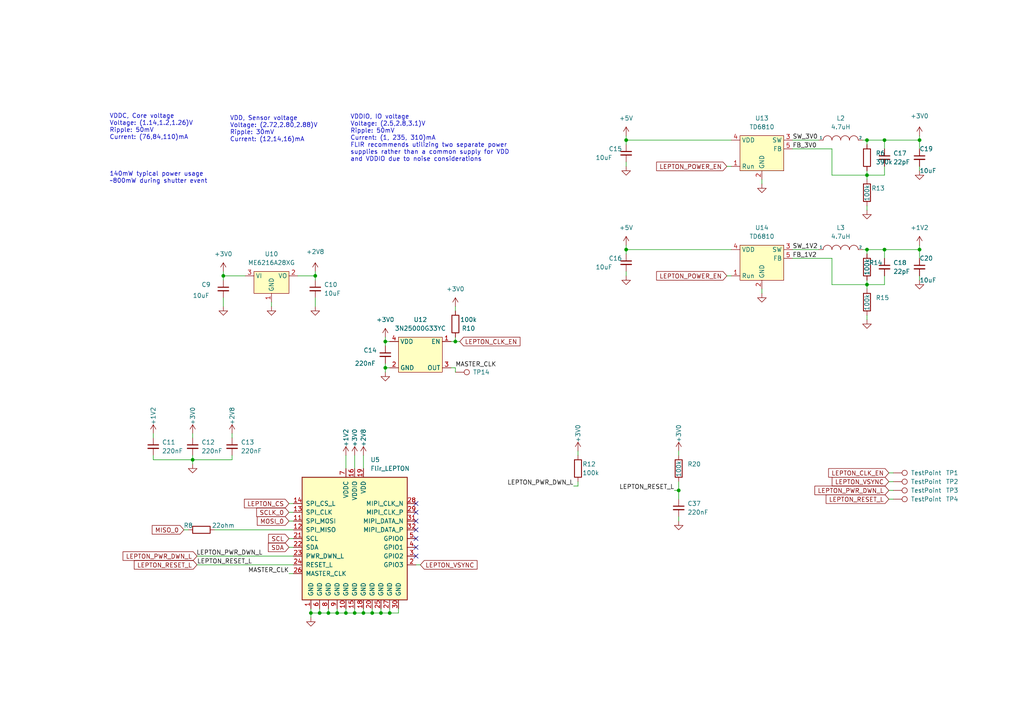
<source format=kicad_sch>
(kicad_sch (version 20211123) (generator eeschema)
  (paper "A4")
  (lib_symbols
    (symbol "Connector:TestPoint" (pin_numbers hide) (pin_names (offset 0.762) hide)
      (property "Reference" "TP" (at 0 6.858 0))
      (property "Value" "TestPoint" (at 0 5.08 0))
      (symbol "TestPoint_0_1"
        (circle (center 0 3.302) (radius 0.762))
      )
      (symbol "TestPoint_1_1"
        (pin passive line (at 0 0 90) (length 2.54) (name "1") (number "1"))
      )
    )
    (symbol "Device:C_Small" (pin_numbers hide) (pin_names (offset 0.254) hide)
      (property "Reference" "C" (at 0.254 1.778 0))
      (property "Value" "C_Small" (at 0.254 -2.032 0))
      (symbol "C_Small_0_1"
        (polyline (pts (xy -1.524 -0.508) (xy 1.524 -0.508)) (stroke (width 0.3302)))
        (polyline (pts (xy -1.524 0.508) (xy 1.524 0.508)) (stroke (width 0.3048)))
      )
      (symbol "C_Small_1_1"
        (pin passive line (at 0 2.54 270) (length 2.032) (name "~") (number "1"))
        (pin passive line (at 0 -2.54 90) (length 2.032) (name "~") (number "2"))
      )
    )
    (symbol "Device:R" (pin_numbers hide) (pin_names (offset 0))
      (property "Reference" "R" (at 2.032 0 90))
      (property "Value" "R" (at 0 0 90))
      (symbol "R_0_1"
        (rectangle (start -1.016 -2.54) (end 1.016 2.54) (stroke (width 0.254)))
      )
      (symbol "R_1_1"
        (pin passive line (at 0 3.81 270) (length 1.27) (name "~") (number "1"))
        (pin passive line (at 0 -3.81 90) (length 1.27) (name "~") (number "2"))
      )
    )
    (symbol "Sensor_Optical:Flir_LEPTON" (pin_names (offset 1.016))
      (property "Reference" "U" (at -15.24 21.59 0))
      (property "Value" "Flir_LEPTON" (at -15.24 19.05 0))
      (symbol "Flir_LEPTON_0_1"
        (rectangle (start -15.24 17.78) (end 15.24 -17.78) (stroke (width 0.254)) (fill (type background)))
      )
      (symbol "Flir_LEPTON_1_1"
        (pin power_in line (at -12.7 -20.32 90) (length 2.54) (name "GND") (number "1"))
        (pin power_in line (at -2.54 -20.32 90) (length 2.54) (name "GND") (number "10"))
        (pin input line (at -17.78 5.08 0) (length 2.54) (name "SPI_MOSI") (number "11"))
        (pin output line (at -17.78 2.54 0) (length 2.54) (name "SPI_MISO") (number "12"))
        (pin input line (at -17.78 7.62 0) (length 2.54) (name "SPI_CLK") (number "13"))
        (pin input line (at -17.78 10.16 0) (length 2.54) (name "SPI_CS_L") (number "14"))
        (pin power_in line (at 0 -20.32 90) (length 2.54) (name "GND") (number "15"))
        (pin power_in line (at 0 20.32 270) (length 2.54) (name "VDDIO") (number "16"))
        (pin no_connect line (at 17.78 -10.16 180) (length 2.54) hide (name "NC") (number "17"))
        (pin power_in line (at 2.54 -20.32 90) (length 2.54) (name "GND") (number "18"))
        (pin power_in line (at 2.54 20.32 270) (length 2.54) (name "VDD") (number "19"))
        (pin bidirectional line (at 17.78 -7.62 180) (length 2.54) (name "GPIO3") (number "2"))
        (pin power_in line (at 5.08 -20.32 90) (length 2.54) (name "GND") (number "20"))
        (pin input line (at -17.78 0 0) (length 2.54) (name "SCL") (number "21"))
        (pin bidirectional line (at -17.78 -2.54 0) (length 2.54) (name "SDA") (number "22"))
        (pin input line (at -17.78 -5.08 0) (length 2.54) (name "PWR_DWN_L") (number "23"))
        (pin input line (at -17.78 -7.62 0) (length 2.54) (name "RESET_L") (number "24"))
        (pin power_in line (at 7.62 -20.32 90) (length 2.54) (name "GND") (number "25"))
        (pin input line (at -17.78 -10.16 0) (length 2.54) (name "MASTER_CLK") (number "26"))
        (pin power_in line (at 10.16 -20.32 90) (length 2.54) (name "GND") (number "27"))
        (pin output line (at 17.78 10.16 180) (length 2.54) (name "MIPI_CLK_N") (number "28"))
        (pin output line (at 17.78 7.62 180) (length 2.54) (name "MIPI_CLK_P") (number "29"))
        (pin bidirectional line (at 17.78 -5.08 180) (length 2.54) (name "GPIO2") (number "3"))
        (pin power_in line (at 12.7 -20.32 90) (length 2.54) (name "GND") (number "30"))
        (pin output line (at 17.78 5.08 180) (length 2.54) (name "MIPI_DATA_N") (number "31"))
        (pin output line (at 17.78 2.54 180) (length 2.54) (name "MIPI_DATA_P") (number "32"))
        (pin bidirectional line (at 17.78 -2.54 180) (length 2.54) (name "GPIO1") (number "4"))
        (pin bidirectional line (at 17.78 0 180) (length 2.54) (name "GPIO0") (number "5"))
        (pin power_in line (at -10.16 -20.32 90) (length 2.54) (name "GND") (number "6"))
        (pin power_in line (at -2.54 20.32 270) (length 2.54) (name "VDDC") (number "7"))
        (pin power_in line (at -7.62 -20.32 90) (length 2.54) (name "GND") (number "8"))
        (pin power_in line (at -5.08 -20.32 90) (length 2.54) (name "GND") (number "9"))
      )
    )
    (symbol "TD6810_1"
      (property "Reference" "U" (at 0 5.08 0))
      (property "Value" "TD6810_1" (at 0 -2.54 0))
      (symbol "TD6810_1_0_1"
        (rectangle (start -6.35 1.27) (end 6.35 -8.89) (fill (type background)))
      )
      (symbol "TD6810_1_1_1"
        (pin input line (at -8.89 -7.62 0) (length 2.54) (name "Run") (number "1"))
        (pin power_in line (at 0 -11.43 90) (length 2.54) (name "GND") (number "2"))
        (pin power_out line (at 8.89 0 180) (length 2.54) (name "SW") (number "3"))
        (pin power_in line (at -8.89 0 0) (length 2.54) (name "VDD") (number "4"))
        (pin input line (at 8.89 -2.54 180) (length 2.54) (name "FB") (number "5"))
      )
    )
    (symbol "cacophony-symbols:3N25000G33YC"
      (property "Reference" "U" (at 0 0 0))
      (property "Value" "3N25000G33YC" (at 0 7.62 0))
      (symbol "3N25000G33YC_0_1"
        (rectangle (start -6.35 3.81) (end 6.35 -6.35) (fill (type background)))
      )
      (symbol "3N25000G33YC_1_1"
        (pin input line (at 8.89 2.54 180) (length 2.54) (name "EN") (number "1"))
        (pin power_in line (at -8.89 -5.08 0) (length 2.54) (name "GND") (number "2"))
        (pin output line (at 8.89 -5.08 180) (length 2.54) (name "OUT") (number "3"))
        (pin power_in line (at -8.89 2.54 0) (length 2.54) (name "VDD") (number "4"))
      )
    )
    (symbol "cacophony-symbols:ME6216A28XG"
      (property "Reference" "U" (at 0 6.35 0))
      (property "Value" "ME6216A28XG" (at 0 3.81 0))
      (symbol "ME6216A28XG_0_1"
        (rectangle (start -5.08 2.54) (end 5.08 -3.81) (fill (type background)))
      )
      (symbol "ME6216A28XG_1_1"
        (pin power_in line (at 0 -6.35 90) (length 2.54) (name "GND") (number "1"))
        (pin power_out line (at 7.62 1.27 180) (length 2.54) (name "VO") (number "2"))
        (pin power_in line (at -7.62 1.27 0) (length 2.54) (name "VI") (number "3"))
      )
    )
    (symbol "cacophony-symbols:Power Inductor" (pin_numbers hide) (pin_names (offset 0))
      (property "Reference" "L" (at 0 2.54 0))
      (property "Value" "Power Inductor" (at 0 -1.27 0))
      (symbol "Power Inductor_0_1"
        (arc (start -2.54 0) (mid -3.81 1.27) (end -5.08 0))
        (arc (start 0 0) (mid -1.27 1.27) (end -2.54 0))
        (arc (start 2.54 0) (mid 1.27 1.27) (end 0 0))
        (arc (start 5.08 0) (mid 3.81 1.27) (end 2.54 0))
      )
      (symbol "Power Inductor_1_1"
        (pin power_in line (at -6.35 0 0) (length 1.27) (name "1") (number "1"))
        (pin power_out line (at 6.35 0 180) (length 1.27) (name "2") (number "2"))
      )
    )
    (symbol "cacophony-symbols:TD6810"
      (property "Reference" "U" (at 0 5.08 0))
      (property "Value" "TD6810" (at 0 -2.54 0))
      (symbol "TD6810_0_1"
        (rectangle (start -6.35 1.27) (end 6.35 -8.89) (fill (type background)))
      )
      (symbol "TD6810_1_1"
        (pin input line (at -8.89 -7.62 0) (length 2.54) (name "Run") (number "1"))
        (pin power_in line (at 0 -11.43 90) (length 2.54) (name "GND") (number "2"))
        (pin power_out line (at 8.89 0 180) (length 2.54) (name "SW") (number "3"))
        (pin power_in line (at -8.89 0 0) (length 2.54) (name "VDD") (number "4"))
        (pin input line (at 8.89 -2.54 180) (length 2.54) (name "FB") (number "5"))
      )
    )
    (symbol "power:+1V2" (power) (pin_names (offset 0))
      (property "Value" "+1V2" (at 0 3.556 0))
      (symbol "+1V2_0_1"
        (polyline (pts (xy -0.762 1.27) (xy 0 2.54)))
        (polyline (pts (xy 0 0) (xy 0 2.54)))
        (polyline (pts (xy 0 2.54) (xy 0.762 1.27)))
      )
      (symbol "+1V2_1_1"
        (pin power_in line (at 0 0 90) (length 0) hide (name "+1V2") (number "1"))
      )
    )
    (symbol "power:+2V8" (power) (pin_names (offset 0))
      (property "Value" "+2V8" (at 0 3.556 0))
      (symbol "+2V8_0_1"
        (polyline (pts (xy -0.762 1.27) (xy 0 2.54)))
        (polyline (pts (xy 0 0) (xy 0 2.54)))
        (polyline (pts (xy 0 2.54) (xy 0.762 1.27)))
      )
      (symbol "+2V8_1_1"
        (pin power_in line (at 0 0 90) (length 0) hide (name "+2V8") (number "1"))
      )
    )
    (symbol "power:+3V0" (power) (pin_names (offset 0))
      (property "Value" "+3V0" (at 0 3.556 0))
      (symbol "+3V0_0_1"
        (polyline (pts (xy -0.762 1.27) (xy 0 2.54)))
        (polyline (pts (xy 0 0) (xy 0 2.54)))
        (polyline (pts (xy 0 2.54) (xy 0.762 1.27)))
      )
      (symbol "+3V0_1_1"
        (pin power_in line (at 0 0 90) (length 0) hide (name "+3V0") (number "1"))
      )
    )
    (symbol "power:+5V" (power) (pin_names (offset 0))
      (property "Value" "+5V" (at 0 3.556 0))
      (symbol "+5V_0_1"
        (polyline (pts (xy -0.762 1.27) (xy 0 2.54)))
        (polyline (pts (xy 0 0) (xy 0 2.54)))
        (polyline (pts (xy 0 2.54) (xy 0.762 1.27)))
      )
      (symbol "+5V_1_1"
        (pin power_in line (at 0 0 90) (length 0) hide (name "+5V") (number "1"))
      )
    )
    (symbol "power:GND" (power) (pin_names (offset 0))
      (property "Value" "GND" (at 0 -3.81 0))
      (symbol "GND_0_1"
        (polyline (pts (xy 0 0) (xy 0 -1.27) (xy 1.27 -1.27) (xy 0 -2.54) (xy -1.27 -1.27) (xy 0 -1.27)))
      )
      (symbol "GND_1_1"
        (pin power_in line (at 0 0 270) (length 0) hide (name "GND") (number "1"))
      )
    )
  )
  (junction (at 251.46 50.8))
  (junction (at 90.17 177.8))
  (junction (at 181.61 40.64))
  (junction (at 251.46 40.64))
  (junction (at 113.03 177.8))
  (junction (at 100.33 177.8))
  (junction (at 256.54 72.39))
  (junction (at 181.61 72.39))
  (junction (at 110.49 177.8))
  (junction (at 105.41 177.8))
  (junction (at 97.79 177.8))
  (junction (at 91.44 80.01))
  (junction (at 55.88 133.35))
  (junction (at 256.54 40.64))
  (junction (at 64.77 80.01))
  (junction (at 196.85 142.24))
  (junction (at 266.7 40.64))
  (junction (at 107.95 177.8))
  (junction (at 111.76 99.06))
  (junction (at 92.71 177.8))
  (junction (at 251.46 82.55))
  (junction (at 132.08 99.06))
  (junction (at 251.46 72.39))
  (junction (at 95.25 177.8))
  (junction (at 111.76 106.68))
  (junction (at 102.87 177.8))
  (junction (at 266.7 72.39))
  (no_connect (at 120.65 148.59))
  (no_connect (at 120.65 153.67))
  (no_connect (at 120.65 158.75))
  (no_connect (at 120.65 146.05))
  (no_connect (at 120.65 161.29))
  (no_connect (at 120.65 151.13))
  (no_connect (at 120.65 156.21))
  (wire (pts (xy 55.88 132.08) (xy 55.88 133.35)))
  (wire (pts (xy 196.85 130.81) (xy 196.85 132.08)))
  (wire (pts (xy 105.41 177.8) (xy 107.95 177.8)))
  (wire (pts (xy 210.82 48.26) (xy 212.09 48.26)))
  (wire (pts (xy 132.08 106.68) (xy 132.08 107.95)))
  (wire (pts (xy 120.65 163.83) (xy 121.92 163.83)))
  (wire (pts (xy 266.7 72.39) (xy 266.7 74.93)))
  (wire (pts (xy 111.76 106.68) (xy 113.03 106.68)))
  (wire (pts (xy 97.79 177.8) (xy 97.79 176.53)))
  (wire (pts (xy 167.64 140.97) (xy 166.37 140.97)))
  (wire (pts (xy 196.85 149.86) (xy 196.85 151.13)))
  (wire (pts (xy 130.81 99.06) (xy 132.08 99.06)))
  (wire (pts (xy 110.49 177.8) (xy 113.03 177.8)))
  (wire (pts (xy 132.08 99.06) (xy 133.35 99.06)))
  (wire (pts (xy 251.46 91.44) (xy 251.46 92.71)))
  (wire (pts (xy 110.49 177.8) (xy 110.49 176.53)))
  (wire (pts (xy 92.71 177.8) (xy 92.71 176.53)))
  (wire (pts (xy 105.41 132.08) (xy 105.41 135.89)))
  (wire (pts (xy 100.33 132.08) (xy 100.33 135.89)))
  (wire (pts (xy 90.17 177.8) (xy 90.17 176.53)))
  (wire (pts (xy 97.79 177.8) (xy 100.33 177.8)))
  (wire (pts (xy 256.54 48.26) (xy 256.54 50.8)))
  (wire (pts (xy 251.46 81.28) (xy 251.46 82.55)))
  (wire (pts (xy 181.61 71.12) (xy 181.61 72.39)))
  (wire (pts (xy 250.19 40.64) (xy 251.46 40.64)))
  (wire (pts (xy 67.31 133.35) (xy 67.31 132.08)))
  (wire (pts (xy 266.7 40.64) (xy 266.7 43.18)))
  (wire (pts (xy 83.82 146.05) (xy 85.09 146.05)))
  (wire (pts (xy 257.81 139.7) (xy 259.08 139.7)))
  (wire (pts (xy 100.33 177.8) (xy 102.87 177.8)))
  (wire (pts (xy 220.98 52.07) (xy 220.98 53.34)))
  (wire (pts (xy 251.46 50.8) (xy 241.3 50.8)))
  (wire (pts (xy 105.41 177.8) (xy 105.41 176.53)))
  (wire (pts (xy 111.76 105.41) (xy 111.76 106.68)))
  (wire (pts (xy 44.45 132.08) (xy 44.45 133.35)))
  (wire (pts (xy 91.44 80.01) (xy 91.44 78.74)))
  (wire (pts (xy 92.71 177.8) (xy 95.25 177.8)))
  (wire (pts (xy 181.61 40.64) (xy 212.09 40.64)))
  (wire (pts (xy 181.61 78.74) (xy 181.61 80.01)))
  (wire (pts (xy 44.45 125.73) (xy 44.45 127)))
  (wire (pts (xy 181.61 72.39) (xy 212.09 72.39)))
  (wire (pts (xy 256.54 40.64) (xy 256.54 43.18)))
  (wire (pts (xy 90.17 177.8) (xy 90.17 179.07)))
  (wire (pts (xy 78.74 87.63) (xy 78.74 88.9)))
  (wire (pts (xy 241.3 82.55) (xy 241.3 74.93)))
  (wire (pts (xy 196.85 142.24) (xy 196.85 144.78)))
  (wire (pts (xy 111.76 99.06) (xy 111.76 100.33)))
  (wire (pts (xy 64.77 86.36) (xy 64.77 88.9)))
  (wire (pts (xy 181.61 39.37) (xy 181.61 40.64)))
  (wire (pts (xy 251.46 50.8) (xy 251.46 52.07)))
  (wire (pts (xy 83.82 166.37) (xy 85.09 166.37)))
  (wire (pts (xy 241.3 50.8) (xy 241.3 43.18)))
  (wire (pts (xy 64.77 78.74) (xy 64.77 80.01)))
  (wire (pts (xy 241.3 43.18) (xy 229.87 43.18)))
  (wire (pts (xy 266.7 48.26) (xy 266.7 49.53)))
  (wire (pts (xy 229.87 40.64) (xy 237.49 40.64)))
  (wire (pts (xy 257.81 137.16) (xy 259.08 137.16)))
  (wire (pts (xy 91.44 86.36) (xy 91.44 88.9)))
  (wire (pts (xy 64.77 80.01) (xy 71.12 80.01)))
  (wire (pts (xy 181.61 40.64) (xy 181.61 41.91)))
  (wire (pts (xy 229.87 72.39) (xy 237.49 72.39)))
  (wire (pts (xy 107.95 177.8) (xy 110.49 177.8)))
  (wire (pts (xy 91.44 80.01) (xy 91.44 81.28)))
  (wire (pts (xy 95.25 177.8) (xy 95.25 176.53)))
  (wire (pts (xy 266.7 71.12) (xy 266.7 72.39)))
  (wire (pts (xy 256.54 80.01) (xy 256.54 82.55)))
  (wire (pts (xy 83.82 151.13) (xy 85.09 151.13)))
  (wire (pts (xy 251.46 40.64) (xy 251.46 41.91)))
  (wire (pts (xy 251.46 72.39) (xy 251.46 73.66)))
  (wire (pts (xy 251.46 40.64) (xy 256.54 40.64)))
  (wire (pts (xy 67.31 125.73) (xy 67.31 127)))
  (wire (pts (xy 102.87 132.08) (xy 102.87 135.89)))
  (wire (pts (xy 57.15 161.29) (xy 85.09 161.29)))
  (wire (pts (xy 95.25 177.8) (xy 97.79 177.8)))
  (wire (pts (xy 210.82 80.01) (xy 212.09 80.01)))
  (wire (pts (xy 257.81 142.24) (xy 259.08 142.24)))
  (wire (pts (xy 55.88 133.35) (xy 55.88 134.62)))
  (wire (pts (xy 251.46 49.53) (xy 251.46 50.8)))
  (wire (pts (xy 86.36 80.01) (xy 91.44 80.01)))
  (wire (pts (xy 111.76 106.68) (xy 111.76 107.95)))
  (wire (pts (xy 130.81 106.68) (xy 132.08 106.68)))
  (wire (pts (xy 266.7 80.01) (xy 266.7 81.28)))
  (wire (pts (xy 132.08 88.9) (xy 132.08 90.17)))
  (wire (pts (xy 100.33 177.8) (xy 100.33 176.53)))
  (wire (pts (xy 250.19 72.39) (xy 251.46 72.39)))
  (wire (pts (xy 256.54 40.64) (xy 266.7 40.64)))
  (wire (pts (xy 113.03 177.8) (xy 115.57 177.8)))
  (wire (pts (xy 55.88 133.35) (xy 67.31 133.35)))
  (wire (pts (xy 181.61 46.99) (xy 181.61 48.26)))
  (wire (pts (xy 132.08 97.79) (xy 132.08 99.06)))
  (wire (pts (xy 251.46 72.39) (xy 256.54 72.39)))
  (wire (pts (xy 256.54 82.55) (xy 251.46 82.55)))
  (wire (pts (xy 62.23 153.67) (xy 85.09 153.67)))
  (wire (pts (xy 107.95 177.8) (xy 107.95 176.53)))
  (wire (pts (xy 83.82 156.21) (xy 85.09 156.21)))
  (wire (pts (xy 266.7 39.37) (xy 266.7 40.64)))
  (wire (pts (xy 55.88 125.73) (xy 55.88 127)))
  (wire (pts (xy 115.57 177.8) (xy 115.57 176.53)))
  (wire (pts (xy 196.85 139.7) (xy 196.85 142.24)))
  (wire (pts (xy 167.64 139.7) (xy 167.64 140.97)))
  (wire (pts (xy 251.46 59.69) (xy 251.46 60.96)))
  (wire (pts (xy 181.61 72.39) (xy 181.61 73.66)))
  (wire (pts (xy 64.77 81.28) (xy 64.77 80.01)))
  (wire (pts (xy 90.17 177.8) (xy 92.71 177.8)))
  (wire (pts (xy 111.76 97.79) (xy 111.76 99.06)))
  (wire (pts (xy 241.3 74.93) (xy 229.87 74.93)))
  (wire (pts (xy 57.15 163.83) (xy 85.09 163.83)))
  (wire (pts (xy 256.54 72.39) (xy 256.54 74.93)))
  (wire (pts (xy 102.87 177.8) (xy 102.87 176.53)))
  (wire (pts (xy 83.82 148.59) (xy 85.09 148.59)))
  (wire (pts (xy 256.54 72.39) (xy 266.7 72.39)))
  (wire (pts (xy 44.45 133.35) (xy 55.88 133.35)))
  (wire (pts (xy 256.54 50.8) (xy 251.46 50.8)))
  (wire (pts (xy 251.46 82.55) (xy 251.46 83.82)))
  (wire (pts (xy 220.98 83.82) (xy 220.98 85.09)))
  (wire (pts (xy 53.34 153.67) (xy 54.61 153.67)))
  (wire (pts (xy 167.64 130.81) (xy 167.64 132.08)))
  (wire (pts (xy 83.82 158.75) (xy 85.09 158.75)))
  (wire (pts (xy 195.58 142.24) (xy 196.85 142.24)))
  (wire (pts (xy 257.81 144.78) (xy 259.08 144.78)))
  (wire (pts (xy 111.76 99.06) (xy 113.03 99.06)))
  (wire (pts (xy 113.03 177.8) (xy 113.03 176.53)))
  (wire (pts (xy 102.87 177.8) (xy 105.41 177.8)))
  (wire (pts (xy 251.46 82.55) (xy 241.3 82.55)))
  (text "VDD, Sensor voltage\nVoltage: (2.72,2.80,2.88)V\nRipple: 30mV\nCurrent: (12,14,16)mA\n" (at 66.675 41.275 0) (effects (font (size 1.27 1.27)) (justify left bottom)))
  (text "VDDIO, IO voltage\nVoltage: (2.5,2.8,3.1)V\nRipple: 50mV\nCurrent: (1, 235, 310)mA\nFLIR recommends utilizing two separate power \nsupplies rather than a common supply for VDD \nand VDDIO due to noise considerations\n" (at 101.6 46.99 0) (effects (font (size 1.27 1.27)) (justify left bottom)))
  (text "VDDC, Core voltage\nVoltage: (1.14,1.2,1.26)V\nRipple: 50mV\nCurrent: (76,84,110)mA" (at 31.75 40.64 0) (effects (font (size 1.27 1.27)) (justify left bottom)))
  (text "140mW typical power usage\n~800mW during shutter event" (at 31.75 53.34 0) (effects (font (size 1.27 1.27)) (justify left bottom)))
  (label "LEPTON_RESET_L" (at 195.58 142.24 180))
  (label "SW_1V2" (at 229.87 72.39 0))
  (label "SW_3V0" (at 229.87 40.64 0))
  (label "LEPTON_PWR_DWN_L" (at 76.2 161.29 180))
  (label "FB_3V0" (at 229.87 43.18 0))
  (label "MASTER_CLK" (at 132.08 106.68 0))
  (label "LEPTON_PWR_DWN_L" (at 166.37 140.97 180))
  (label "MASTER_CLK" (at 83.82 166.37 180))
  (label "FB_1V2" (at 229.87 74.93 0))
  (label "LEPTON_RESET_L" (at 57.15 163.83 0))
  (global_label "LEPTON_RESET_L" (shape input) (at 257.81 144.78 180) (property "Intersheet References" "${INTERSHEET_REFS}" (effects hide)))
  (global_label "SCL" (shape input) (at 83.82 156.21 180) (property "Intersheet References" "${INTERSHEET_REFS}" (effects hide)))
  (global_label "LEPTON_POWER_EN" (shape input) (at 210.82 80.01 180) (property "Intersheet References" "${INTERSHEET_REFS}" (effects hide)))
  (global_label "LEPTON_RESET_L" (shape input) (at 57.15 163.83 180) (property "Intersheet References" "${INTERSHEET_REFS}" (effects hide)))
  (global_label "LEPTON_CLK_EN" (shape input) (at 133.35 99.06 0) (property "Intersheet References" "${INTERSHEET_REFS}" (effects hide)))
  (global_label "LEPTON_CLK_EN" (shape input) (at 257.81 137.16 180) (property "Intersheet References" "${INTERSHEET_REFS}" (effects hide)))
  (global_label "LEPTON_PWR_DWN_L" (shape input) (at 57.15 161.29 180) (property "Intersheet References" "${INTERSHEET_REFS}" (effects hide)))
  (global_label "LEPTON_VSYNC" (shape input) (at 257.81 139.7 180) (property "Intersheet References" "${INTERSHEET_REFS}" (effects hide)))
  (global_label "SDA" (shape input) (at 83.82 158.75 180) (property "Intersheet References" "${INTERSHEET_REFS}" (effects hide)))
  (global_label "SCLK_0" (shape input) (at 83.82 148.59 180) (property "Intersheet References" "${INTERSHEET_REFS}" (effects hide)))
  (global_label "LEPTON_POWER_EN" (shape input) (at 210.82 48.26 180) (property "Intersheet References" "${INTERSHEET_REFS}" (effects hide)))
  (global_label "LEPTON_CS" (shape input) (at 83.82 146.05 180) (property "Intersheet References" "${INTERSHEET_REFS}" (effects hide)))
  (global_label "LEPTON_VSYNC" (shape input) (at 121.92 163.83 0) (property "Intersheet References" "${INTERSHEET_REFS}" (effects hide)))
  (global_label "LEPTON_PWR_DWN_L" (shape input) (at 257.81 142.24 180) (property "Intersheet References" "${INTERSHEET_REFS}" (effects hide)))
  (global_label "MISO_0" (shape input) (at 53.34 153.67 180) (property "Intersheet References" "${INTERSHEET_REFS}" (effects hide)))
  (global_label "MOSI_0" (shape input) (at 83.82 151.13 180) (property "Intersheet References" "${INTERSHEET_REFS}" (effects hide)))
  (symbol (lib_id "power:GND") (at 251.46 60.96 0) (unit 1)
    (property "Reference" "#PWR0142" (effects hide))
    (property "Value" "GND" (effects hide))
  )
  (symbol (lib_id "power:+3V0") (at 132.08 88.9 0) (unit 1)
    (property "Reference" "#PWR0140" (effects hide))
    (property "Value" "+3V0" (at 132.08 83.82 0))
  )
  (symbol (lib_id "cacophony-symbols:ME6216A28XG") (at 78.74 81.28 0) (unit 1)
    (property "Reference" "U10" (at 78.74 73.66 0))
    (property "Value" "ME6216A28XG" (at 78.74 76.2 0))
    (property "Footprint" "Package_TO_SOT_SMD:TSOT-23" (effects hide))
    (property "Datasheet" "https://datasheet.lcsc.com/lcsc/1912111437_MICRONE-Nanjing-Micro-One-Elec-ME6216A28XG_C427601.pdf" (effects hide))
    (property "LCSC" "C427601" (effects hide))
    (property "JLCPCB" "C427601" (effects hide))
  )
  (symbol (lib_id "power:+5V") (at 181.61 71.12 0) (unit 1)
    (property "Reference" "#PWR0146" (effects hide))
    (property "Value" "+5V" (at 181.61 66.04 0))
  )
  (symbol (lib_id "power:+2V8") (at 67.31 125.73 0) (unit 1)
    (property "Reference" "#PWR0165" (effects hide))
    (property "Value" "+2V8" (at 67.31 120.65 90))
  )
  (symbol (lib_id "cacophony-symbols:Power Inductor") (at 243.84 72.39 0) (unit 1)
    (property "Reference" "L3" (at 243.84 66.04 0))
    (property "Value" "4.7uH" (at 243.84 68.58 0))
    (property "Footprint" "cacophony-library:IND-SMD_L4.0-W4.0_SWPA4018S" (effects hide))
    (property "LCSC" "C354574" (effects hide))
  )
  (symbol (lib_id "Device:R") (at 132.08 93.98 180) (unit 1)
    (property "Reference" "R10" (at 135.89 95.25 0))
    (property "Value" "100k" (at 135.89 92.71 0))
    (property "Footprint" "Resistor_SMD:R_0402_1005Metric" (effects hide))
    (property "MPN" "RC1005F103CS" (effects hide))
    (property "LCSC" "C25741" (effects hide))
  )
  (symbol (lib_id "power:+3V0") (at 55.88 125.73 0) (unit 1)
    (property "Reference" "#PWR0123" (effects hide))
    (property "Value" "+3V0" (at 55.88 120.65 90))
  )
  (symbol (lib_id "Device:C_Small") (at 266.7 77.47 0) (unit 1)
    (property "Reference" "C20" (at 266.7 74.93 0) (effects (justify left)))
    (property "Value" "10uF" (at 266.7 81.28 0) (effects (justify left)))
    (property "Footprint" "Capacitor_SMD:C_0603_1608Metric" (effects hide))
    (property "LCSC" "C19702" (effects hide))
  )
  (symbol (lib_id "Device:C_Small") (at 256.54 45.72 0) (unit 1)
    (property "Reference" "C17" (at 259.08 44.4562 0) (effects (justify left)))
    (property "Value" "22pF" (at 259.08 46.9962 0) (effects (justify left)))
    (property "Footprint" "Capacitor_SMD:C_0402_1005Metric" (effects hide))
    (property "LCSC" "C1555" (effects hide))
  )
  (symbol (lib_id "Device:C_Small") (at 196.85 147.32 0) (unit 1)
    (property "Reference" "C37" (at 199.39 146.0562 0) (effects (justify left)))
    (property "Value" "220nF" (at 199.39 148.5962 0) (effects (justify left)))
    (property "Footprint" "Capacitor_SMD:C_0402_1005Metric" (effects hide))
    (property "LCSC" "C16772" (effects hide))
  )
  (symbol (lib_id "power:GND") (at 266.7 49.53 0) (unit 1)
    (property "Reference" "#PWR0156" (effects hide))
    (property "Value" "GND" (effects hide))
  )
  (symbol (lib_id "Device:C_Small") (at 256.54 77.47 0) (unit 1)
    (property "Reference" "C18" (at 259.08 76.2062 0) (effects (justify left)))
    (property "Value" "22pF" (at 259.08 78.7462 0) (effects (justify left)))
    (property "Footprint" "Capacitor_SMD:C_0402_1005Metric" (effects hide))
    (property "LCSC" "C1555" (effects hide))
  )
  (symbol (lib_id "Device:R") (at 251.46 77.47 180) (unit 1)
    (property "Reference" "R14" (at 254 76.2 0))
    (property "Value" "100k" (at 251.46 77.47 90))
    (property "Footprint" "Resistor_SMD:R_0402_1005Metric" (effects hide))
    (property "LCSC" "C25741" (effects hide))
  )
  (symbol (lib_id "Connector:TestPoint") (at 132.08 107.95 270) (unit 1) (in_bom no)
    (property "Reference" "TP14" (at 137.16 107.95 90) (effects (justify left)))
    (property "Value" "TestPoint" (effects hide))
    (property "Footprint" "cacophony-library:TP" (effects hide))
  )
  (symbol (lib_id "Device:R") (at 196.85 135.89 0) (unit 1)
    (property "Reference" "R20" (at 199.39 134.6199 0) (effects (justify left)))
    (property "Value" "100k" (at 196.85 138.43 90) (effects (justify left)))
    (property "Footprint" "Resistor_SMD:R_0402_1005Metric" (effects hide))
    (property "LCSC" "C25741" (effects hide))
  )
  (symbol (lib_id "power:GND") (at 181.61 48.26 0) (unit 1)
    (property "Reference" "#PWR0144" (effects hide))
    (property "Value" "GND" (effects hide))
  )
  (symbol (lib_id "power:GND") (at 181.61 80.01 0) (unit 1)
    (property "Reference" "#PWR0139" (effects hide))
    (property "Value" "GND" (effects hide))
  )
  (symbol (lib_id "power:+2V8") (at 91.44 78.74 0) (unit 1)
    (property "Reference" "#PWR0149" (effects hide))
    (property "Value" "+2V8" (at 91.44 73.025 0))
  )
  (symbol (lib_id "Device:C_Small") (at 44.45 129.54 0) (unit 1)
    (property "Reference" "C11" (at 46.99 128.2762 0) (effects (justify left)))
    (property "Value" "220nF" (at 46.99 130.8162 0) (effects (justify left)))
    (property "Footprint" "Capacitor_SMD:C_0402_1005Metric" (effects hide))
    (property "LCSC" "C16772" (effects hide))
  )
  (symbol (lib_id "Connector:TestPoint") (at 259.08 139.7 270) (unit 1)
    (property "Reference" "TP2" (at 274.32 139.7 90) (effects (justify left)))
    (property "Value" "TestPoint" (at 264.16 139.7 90) (effects (justify left)))
    (property "Footprint" "cacophony-library:TP" (effects hide))
  )
  (symbol (lib_id "power:GND") (at 220.98 85.09 0) (unit 1)
    (property "Reference" "#PWR0141" (effects hide))
    (property "Value" "GND" (effects hide))
  )
  (symbol (lib_id "Device:R") (at 251.46 55.88 0) (unit 1)
    (property "Reference" "R13" (at 252.73 54.61 0) (effects (justify left)))
    (property "Value" "100k" (at 251.46 58.42 90) (effects (justify left)))
    (property "Footprint" "Resistor_SMD:R_0402_1005Metric" (effects hide))
    (property "LCSC" "C25741" (effects hide))
  )
  (symbol (lib_id "power:+3V0") (at 266.7 39.37 0) (unit 1)
    (property "Reference" "#PWR0157" (effects hide))
    (property "Value" "+3V0" (at 266.7 33.655 0))
  )
  (symbol (lib_id "power:GND") (at 78.74 88.9 0) (unit 1)
    (property "Reference" "#PWR0154" (effects hide))
    (property "Value" "GND" (effects hide))
  )
  (symbol (lib_id "power:+3V0") (at 167.64 130.81 0) (unit 1)
    (property "Reference" "#PWR0160" (effects hide))
    (property "Value" "+3V0" (at 167.64 125.73 90))
  )
  (symbol (lib_id "cacophony-symbols:Power Inductor") (at 243.84 40.64 0) (unit 1)
    (property "Reference" "L2" (at 243.84 34.29 0))
    (property "Value" "4.7uH" (at 243.84 36.83 0))
    (property "Footprint" "cacophony-library:IND-SMD_L4.0-W4.0_SWPA4018S" (effects hide))
    (property "LCSC" "C354574" (effects hide))
  )
  (symbol (lib_id "power:+3V0") (at 64.77 78.74 0) (unit 1)
    (property "Reference" "#PWR0151" (effects hide))
    (property "Value" "+3V0" (at 64.77 73.66 0))
  )
  (symbol (lib_id "power:+5V") (at 181.61 39.37 0) (unit 1)
    (property "Reference" "#PWR0145" (effects hide))
    (property "Value" "+5V" (at 181.61 34.29 0))
  )
  (symbol (lib_id "Connector:TestPoint") (at 259.08 142.24 270) (unit 1)
    (property "Reference" "TP3" (at 274.32 142.24 90) (effects (justify left)))
    (property "Value" "TestPoint" (at 264.16 142.24 90) (effects (justify left)))
    (property "Footprint" "cacophony-library:TP" (effects hide))
  )
  (symbol (lib_id "cacophony-symbols:3N25000G33YC") (at 121.92 101.6 0) (unit 1)
    (property "Reference" "U12" (at 121.92 92.71 0))
    (property "Value" "3N25000G33YC" (at 121.92 95.25 0))
    (property "Footprint" "cacophony-library:OSC-SMD_4P-L3.2-W2.5-BL" (effects hide))
    (property "Datasheet" "https://datasheet.lcsc.com/lcsc/1810271633_SJK-SHENZHEN-CRYSTAL-TECH-3N25000G33YC_C252341.pdf" (effects hide))
    (property "LCSC" "C252341" (effects hide))
    (property "JLCPCB" "C252341" (effects hide))
  )
  (symbol (lib_id "power:GND") (at 91.44 88.9 0) (unit 1)
    (property "Reference" "#PWR0155" (effects hide))
    (property "Value" "GND" (effects hide))
  )
  (symbol (lib_id "Device:C_Small") (at 111.76 102.87 0) (unit 1)
    (property "Reference" "C14" (at 105.41 101.6 0) (effects (justify left)))
    (property "Value" "220nF" (at 102.87 105.41 0) (effects (justify left)))
    (property "Footprint" "Capacitor_SMD:C_0402_1005Metric" (effects hide))
    (property "LCSC" "C16772" (effects hide))
  )
  (symbol (lib_id "Device:R") (at 167.64 135.89 0) (unit 1)
    (property "Reference" "R12" (at 168.91 134.62 0) (effects (justify left)))
    (property "Value" "100k" (at 168.91 137.16 0) (effects (justify left)))
    (property "Footprint" "Resistor_SMD:R_0402_1005Metric" (effects hide))
    (property "LCSC" "C25741" (effects hide))
  )
  (symbol (lib_id "Device:C_Small") (at 266.7 45.72 0) (unit 1)
    (property "Reference" "C19" (at 266.7 43.18 0) (effects (justify left)))
    (property "Value" "10uF" (at 266.7 49.53 0) (effects (justify left)))
    (property "Footprint" "Capacitor_SMD:C_0603_1608Metric" (effects hide))
    (property "LCSC" "C19702" (effects hide))
  )
  (symbol (lib_id "power:GND") (at 55.88 134.62 0) (unit 1)
    (property "Reference" "#PWR0148" (effects hide))
    (property "Value" "GND" (effects hide))
  )
  (symbol (lib_id "power:+2V8") (at 105.41 132.08 0) (unit 1)
    (property "Reference" "#PWR0163" (effects hide))
    (property "Value" "+2V8" (at 105.41 127 90))
  )
  (symbol (lib_id "power:GND") (at 111.76 107.95 0) (unit 1)
    (property "Reference" "#PWR0164" (effects hide))
    (property "Value" "GND" (effects hide))
  )
  (symbol (lib_id "power:+1V2") (at 100.33 132.08 0) (unit 1)
    (property "Reference" "#PWR0161" (effects hide))
    (property "Value" "+1V2" (at 100.33 127 90))
  )
  (symbol (lib_id "power:+3V0") (at 196.85 130.81 0) (unit 1)
    (property "Reference" "#PWR0169" (effects hide))
    (property "Value" "+3V0" (at 196.85 125.73 90))
  )
  (symbol (lib_id "power:GND") (at 220.98 53.34 0) (unit 1)
    (property "Reference" "#PWR0143" (effects hide))
    (property "Value" "GND" (effects hide))
  )
  (symbol (lib_name "TD6810_1") (lib_id "cacophony-symbols:TD6810") (at 220.98 40.64 0) (unit 1)
    (property "Reference" "U13" (at 220.98 34.29 0))
    (property "Value" "TD6810" (at 220.98 36.83 0))
    (property "Footprint" "Package_TO_SOT_SMD:TSOT-23-5" (effects hide))
    (property "Datasheet" "https://datasheet.lcsc.com/lcsc/1810182213_Techcode-Semicon-TD6810_C16510.pdf" (effects hide))
    (property "LCSC" "C16510" (effects hide))
    (property "JLCPCB" "C16510" (effects hide))
  )
  (symbol (lib_id "Connector:TestPoint") (at 259.08 137.16 270) (unit 1)
    (property "Reference" "TP1" (at 274.32 137.16 90) (effects (justify left)))
    (property "Value" "TestPoint" (at 264.16 137.16 90) (effects (justify left)))
    (property "Footprint" "cacophony-library:TP" (effects hide))
  )
  (symbol (lib_id "Device:C_Small") (at 55.88 129.54 0) (unit 1)
    (property "Reference" "C12" (at 58.42 128.2762 0) (effects (justify left)))
    (property "Value" "220nF" (at 58.42 130.8162 0) (effects (justify left)))
    (property "Footprint" "Capacitor_SMD:C_0402_1005Metric" (effects hide))
    (property "LCSC" "C16772" (effects hide))
  )
  (symbol (lib_id "power:+1V2") (at 266.7 71.12 0) (unit 1)
    (property "Reference" "#PWR0158" (effects hide))
    (property "Value" "+1V2" (at 266.7 66.04 0))
  )
  (symbol (lib_id "power:GND") (at 251.46 92.71 0) (unit 1)
    (property "Reference" "#PWR0135" (effects hide))
    (property "Value" "GND" (effects hide))
  )
  (symbol (lib_id "Device:C_Small") (at 181.61 76.2 0) (unit 1)
    (property "Reference" "C16" (at 176.53 74.93 0) (effects (justify left)))
    (property "Value" "10uF" (at 172.72 77.47 0) (effects (justify left)))
    (property "Footprint" "Capacitor_SMD:C_0603_1608Metric" (effects hide))
    (property "LCSC" "C19702" (effects hide))
  )
  (symbol (lib_id "Sensor_Optical:Flir_LEPTON") (at 102.87 156.21 0) (unit 1)
    (property "Reference" "U5" (at 107.4294 133.35 0) (effects (justify left)))
    (property "Value" "Flir_LEPTON" (at 107.4294 135.89 0) (effects (justify left)))
    (property "Footprint" "cacophony-footprints:MOLEX_105028-1001" (effects hide))
    (property "Datasheet" "https://cdn.sparkfun.com/datasheets/Sensors/Infrared/FLIR_Lepton_Data_Brief.pdf" (effects hide))
    (property "MPN" "1050281001" (effects hide))
    (property "LCSC" "C585422" (effects hide))
  )
  (symbol (lib_id "power:GND") (at 196.85 151.13 0) (unit 1)
    (property "Reference" "#PWR0138" (effects hide))
    (property "Value" "GND" (effects hide))
  )
  (symbol (lib_id "Device:R") (at 58.42 153.67 90) (unit 1)
    (property "Reference" "R8" (at 54.61 152.4 90))
    (property "Value" "22ohm" (at 64.77 152.4 90))
    (property "Footprint" "Resistor_SMD:R_0402_1005Metric" (effects hide))
    (property "LCSC" "C25092" (effects hide))
  )
  (symbol (lib_id "Connector:TestPoint") (at 259.08 144.78 270) (unit 1)
    (property "Reference" "TP4" (at 274.32 144.78 90) (effects (justify left)))
    (property "Value" "TestPoint" (at 264.16 144.78 90) (effects (justify left)))
    (property "Footprint" "cacophony-library:TP" (effects hide))
  )
  (symbol (lib_id "power:+3V0") (at 102.87 132.08 0) (unit 1)
    (property "Reference" "#PWR0162" (effects hide))
    (property "Value" "+3V0" (at 102.87 127 90))
  )
  (symbol (lib_id "power:GND") (at 64.77 88.9 0) (unit 1)
    (property "Reference" "#PWR0153" (effects hide))
    (property "Value" "GND" (effects hide))
  )
  (symbol (lib_id "Device:C_Small") (at 64.77 83.82 0) (unit 1)
    (property "Reference" "C9" (at 58.42 82.55 0) (effects (justify left)))
    (property "Value" "10uF" (at 55.88 85.725 0) (effects (justify left)))
    (property "Footprint" "Capacitor_SMD:C_0603_1608Metric" (effects hide))
    (property "LCSC" "C19702" (effects hide))
  )
  (symbol (lib_id "Device:C_Small") (at 91.44 83.82 0) (unit 1)
    (property "Reference" "C10" (at 93.98 82.5562 0) (effects (justify left)))
    (property "Value" "10uF" (at 93.98 85.0962 0) (effects (justify left)))
    (property "Footprint" "Capacitor_SMD:C_0603_1608Metric" (effects hide))
    (property "LCSC" "C19702" (effects hide))
  )
  (symbol (lib_id "cacophony-symbols:TD6810") (at 220.98 72.39 0) (unit 1)
    (property "Reference" "U14" (at 220.98 66.04 0))
    (property "Value" "TD6810" (at 220.98 68.58 0))
    (property "Footprint" "Package_TO_SOT_SMD:TSOT-23-5" (effects hide))
    (property "Datasheet" "https://datasheet.lcsc.com/lcsc/1810182213_Techcode-Semicon-TD6810_C16510.pdf" (effects hide))
    (property "LCSC" "C16510" (effects hide))
    (property "JLCPCB" "C16510" (effects hide))
  )
  (symbol (lib_id "Device:C_Small") (at 67.31 129.54 0) (unit 1)
    (property "Reference" "C13" (at 69.85 128.2762 0) (effects (justify left)))
    (property "Value" "220nF" (at 69.85 130.8162 0) (effects (justify left)))
    (property "Footprint" "Capacitor_SMD:C_0402_1005Metric" (effects hide))
    (property "LCSC" "C16772" (effects hide))
  )
  (symbol (lib_id "power:GND") (at 90.17 179.07 0) (unit 1)
    (property "Reference" "#PWR0147" (effects hide))
    (property "Value" "GND" (effects hide))
  )
  (symbol (lib_id "power:GND") (at 266.7 81.28 0) (unit 1)
    (property "Reference" "#PWR0159" (effects hide))
    (property "Value" "GND" (effects hide))
  )
  (symbol (lib_id "power:+3V0") (at 111.76 97.79 0) (unit 1)
    (property "Reference" "#PWR0150" (effects hide))
    (property "Value" "+3V0" (at 111.76 92.71 0))
  )
  (symbol (lib_id "Device:R") (at 251.46 45.72 0) (unit 1)
    (property "Reference" "R6" (at 254 44.4499 0) (effects (justify left)))
    (property "Value" "390k" (at 254 46.9899 0) (effects (justify left)))
    (property "Footprint" "Resistor_SMD:R_0402_1005Metric" (effects hide))
    (property "LCSC" "C2943536" (effects hide))
  )
  (symbol (lib_id "Device:R") (at 251.46 87.63 0) (unit 1)
    (property "Reference" "R15" (at 254 86.3599 0) (effects (justify left)))
    (property "Value" "100k" (at 251.46 90.17 90) (effects (justify left)))
    (property "Footprint" "Resistor_SMD:R_0402_1005Metric" (effects hide))
    (property "LCSC" "C25741" (effects hide))
  )
  (symbol (lib_id "Device:C_Small") (at 181.61 44.45 0) (unit 1)
    (property "Reference" "C15" (at 176.53 43.18 0) (effects (justify left)))
    (property "Value" "10uF" (at 172.72 45.72 0) (effects (justify left)))
    (property "Footprint" "Capacitor_SMD:C_0603_1608Metric" (effects hide))
    (property "LCSC" "C19702" (effects hide))
  )
  (symbol (lib_id "power:+1V2") (at 44.45 125.73 0) (unit 1)
    (property "Reference" "#PWR0152" (effects hide))
    (property "Value" "+1V2" (at 44.45 120.65 90))
  )
)
</source>
